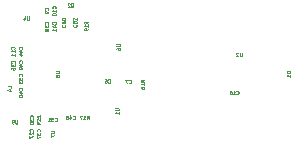
<source format=gbr>
%TF.GenerationSoftware,KiCad,Pcbnew,(7.0.0)*%
%TF.CreationDate,2023-08-10T15:11:27-07:00*%
%TF.ProjectId,Miniscope-v4-Wire-Free,4d696e69-7363-46f7-9065-2d76342d5769,rev?*%
%TF.SameCoordinates,Original*%
%TF.FileFunction,Other,ECO2*%
%FSLAX46Y46*%
G04 Gerber Fmt 4.6, Leading zero omitted, Abs format (unit mm)*
G04 Created by KiCad (PCBNEW (7.0.0)) date 2023-08-10 15:11:27*
%MOMM*%
%LPD*%
G01*
G04 APERTURE LIST*
%ADD10C,0.050000*%
%ADD11C,0.050038*%
G04 APERTURE END LIST*
D10*
%TO.C,D1*%
X103910214Y-64278571D02*
X103610214Y-64278571D01*
X103610214Y-64278571D02*
X103610214Y-64350000D01*
X103610214Y-64350000D02*
X103624500Y-64392857D01*
X103624500Y-64392857D02*
X103653071Y-64421428D01*
X103653071Y-64421428D02*
X103681642Y-64435714D01*
X103681642Y-64435714D02*
X103738785Y-64450000D01*
X103738785Y-64450000D02*
X103781642Y-64450000D01*
X103781642Y-64450000D02*
X103838785Y-64435714D01*
X103838785Y-64435714D02*
X103867357Y-64421428D01*
X103867357Y-64421428D02*
X103895928Y-64392857D01*
X103895928Y-64392857D02*
X103910214Y-64350000D01*
X103910214Y-64350000D02*
X103910214Y-64278571D01*
X103910214Y-64735714D02*
X103910214Y-64564285D01*
X103910214Y-64650000D02*
X103610214Y-64650000D01*
X103610214Y-64650000D02*
X103653071Y-64621428D01*
X103653071Y-64621428D02*
X103681642Y-64592857D01*
X103681642Y-64592857D02*
X103695928Y-64564285D01*
%TO.C,C6*%
X88488399Y-65215642D02*
X88502685Y-65229928D01*
X88502685Y-65229928D02*
X88545542Y-65244214D01*
X88545542Y-65244214D02*
X88574114Y-65244214D01*
X88574114Y-65244214D02*
X88616971Y-65229928D01*
X88616971Y-65229928D02*
X88645542Y-65201357D01*
X88645542Y-65201357D02*
X88659828Y-65172785D01*
X88659828Y-65172785D02*
X88674114Y-65115642D01*
X88674114Y-65115642D02*
X88674114Y-65072785D01*
X88674114Y-65072785D02*
X88659828Y-65015642D01*
X88659828Y-65015642D02*
X88645542Y-64987071D01*
X88645542Y-64987071D02*
X88616971Y-64958500D01*
X88616971Y-64958500D02*
X88574114Y-64944214D01*
X88574114Y-64944214D02*
X88545542Y-64944214D01*
X88545542Y-64944214D02*
X88502685Y-64958500D01*
X88502685Y-64958500D02*
X88488399Y-64972785D01*
X88231257Y-64944214D02*
X88288399Y-64944214D01*
X88288399Y-64944214D02*
X88316971Y-64958500D01*
X88316971Y-64958500D02*
X88331257Y-64972785D01*
X88331257Y-64972785D02*
X88359828Y-65015642D01*
X88359828Y-65015642D02*
X88374114Y-65072785D01*
X88374114Y-65072785D02*
X88374114Y-65187071D01*
X88374114Y-65187071D02*
X88359828Y-65215642D01*
X88359828Y-65215642D02*
X88345542Y-65229928D01*
X88345542Y-65229928D02*
X88316971Y-65244214D01*
X88316971Y-65244214D02*
X88259828Y-65244214D01*
X88259828Y-65244214D02*
X88231257Y-65229928D01*
X88231257Y-65229928D02*
X88216971Y-65215642D01*
X88216971Y-65215642D02*
X88202685Y-65187071D01*
X88202685Y-65187071D02*
X88202685Y-65115642D01*
X88202685Y-65115642D02*
X88216971Y-65087071D01*
X88216971Y-65087071D02*
X88231257Y-65072785D01*
X88231257Y-65072785D02*
X88259828Y-65058500D01*
X88259828Y-65058500D02*
X88316971Y-65058500D01*
X88316971Y-65058500D02*
X88345542Y-65072785D01*
X88345542Y-65072785D02*
X88359828Y-65087071D01*
X88359828Y-65087071D02*
X88374114Y-65115642D01*
%TO.C,C7*%
X90240999Y-65241042D02*
X90255285Y-65255328D01*
X90255285Y-65255328D02*
X90298142Y-65269614D01*
X90298142Y-65269614D02*
X90326714Y-65269614D01*
X90326714Y-65269614D02*
X90369571Y-65255328D01*
X90369571Y-65255328D02*
X90398142Y-65226757D01*
X90398142Y-65226757D02*
X90412428Y-65198185D01*
X90412428Y-65198185D02*
X90426714Y-65141042D01*
X90426714Y-65141042D02*
X90426714Y-65098185D01*
X90426714Y-65098185D02*
X90412428Y-65041042D01*
X90412428Y-65041042D02*
X90398142Y-65012471D01*
X90398142Y-65012471D02*
X90369571Y-64983900D01*
X90369571Y-64983900D02*
X90326714Y-64969614D01*
X90326714Y-64969614D02*
X90298142Y-64969614D01*
X90298142Y-64969614D02*
X90255285Y-64983900D01*
X90255285Y-64983900D02*
X90240999Y-64998185D01*
X90140999Y-64969614D02*
X89940999Y-64969614D01*
X89940999Y-64969614D02*
X90069571Y-65269614D01*
%TO.C,C9*%
X83393142Y-59087500D02*
X83407428Y-59073214D01*
X83407428Y-59073214D02*
X83421714Y-59030357D01*
X83421714Y-59030357D02*
X83421714Y-59001785D01*
X83421714Y-59001785D02*
X83407428Y-58958928D01*
X83407428Y-58958928D02*
X83378857Y-58930357D01*
X83378857Y-58930357D02*
X83350285Y-58916071D01*
X83350285Y-58916071D02*
X83293142Y-58901785D01*
X83293142Y-58901785D02*
X83250285Y-58901785D01*
X83250285Y-58901785D02*
X83193142Y-58916071D01*
X83193142Y-58916071D02*
X83164571Y-58930357D01*
X83164571Y-58930357D02*
X83136000Y-58958928D01*
X83136000Y-58958928D02*
X83121714Y-59001785D01*
X83121714Y-59001785D02*
X83121714Y-59030357D01*
X83121714Y-59030357D02*
X83136000Y-59073214D01*
X83136000Y-59073214D02*
X83150285Y-59087500D01*
X83421714Y-59230357D02*
X83421714Y-59287500D01*
X83421714Y-59287500D02*
X83407428Y-59316071D01*
X83407428Y-59316071D02*
X83393142Y-59330357D01*
X83393142Y-59330357D02*
X83350285Y-59358928D01*
X83350285Y-59358928D02*
X83293142Y-59373214D01*
X83293142Y-59373214D02*
X83178857Y-59373214D01*
X83178857Y-59373214D02*
X83150285Y-59358928D01*
X83150285Y-59358928D02*
X83136000Y-59344643D01*
X83136000Y-59344643D02*
X83121714Y-59316071D01*
X83121714Y-59316071D02*
X83121714Y-59258928D01*
X83121714Y-59258928D02*
X83136000Y-59230357D01*
X83136000Y-59230357D02*
X83150285Y-59216071D01*
X83150285Y-59216071D02*
X83178857Y-59201785D01*
X83178857Y-59201785D02*
X83250285Y-59201785D01*
X83250285Y-59201785D02*
X83278857Y-59216071D01*
X83278857Y-59216071D02*
X83293142Y-59230357D01*
X83293142Y-59230357D02*
X83307428Y-59258928D01*
X83307428Y-59258928D02*
X83307428Y-59316071D01*
X83307428Y-59316071D02*
X83293142Y-59344643D01*
X83293142Y-59344643D02*
X83278857Y-59358928D01*
X83278857Y-59358928D02*
X83250285Y-59373214D01*
%TO.C,C10*%
X84028142Y-58944643D02*
X84042428Y-58930357D01*
X84042428Y-58930357D02*
X84056714Y-58887500D01*
X84056714Y-58887500D02*
X84056714Y-58858928D01*
X84056714Y-58858928D02*
X84042428Y-58816071D01*
X84042428Y-58816071D02*
X84013857Y-58787500D01*
X84013857Y-58787500D02*
X83985285Y-58773214D01*
X83985285Y-58773214D02*
X83928142Y-58758928D01*
X83928142Y-58758928D02*
X83885285Y-58758928D01*
X83885285Y-58758928D02*
X83828142Y-58773214D01*
X83828142Y-58773214D02*
X83799571Y-58787500D01*
X83799571Y-58787500D02*
X83771000Y-58816071D01*
X83771000Y-58816071D02*
X83756714Y-58858928D01*
X83756714Y-58858928D02*
X83756714Y-58887500D01*
X83756714Y-58887500D02*
X83771000Y-58930357D01*
X83771000Y-58930357D02*
X83785285Y-58944643D01*
X84056714Y-59230357D02*
X84056714Y-59058928D01*
X84056714Y-59144643D02*
X83756714Y-59144643D01*
X83756714Y-59144643D02*
X83799571Y-59116071D01*
X83799571Y-59116071D02*
X83828142Y-59087500D01*
X83828142Y-59087500D02*
X83842428Y-59058928D01*
X83756714Y-59416071D02*
X83756714Y-59444642D01*
X83756714Y-59444642D02*
X83771000Y-59473214D01*
X83771000Y-59473214D02*
X83785285Y-59487500D01*
X83785285Y-59487500D02*
X83813857Y-59501785D01*
X83813857Y-59501785D02*
X83871000Y-59516071D01*
X83871000Y-59516071D02*
X83942428Y-59516071D01*
X83942428Y-59516071D02*
X83999571Y-59501785D01*
X83999571Y-59501785D02*
X84028142Y-59487500D01*
X84028142Y-59487500D02*
X84042428Y-59473214D01*
X84042428Y-59473214D02*
X84056714Y-59444642D01*
X84056714Y-59444642D02*
X84056714Y-59416071D01*
X84056714Y-59416071D02*
X84042428Y-59387500D01*
X84042428Y-59387500D02*
X84028142Y-59373214D01*
X84028142Y-59373214D02*
X83999571Y-59358928D01*
X83999571Y-59358928D02*
X83942428Y-59344642D01*
X83942428Y-59344642D02*
X83871000Y-59344642D01*
X83871000Y-59344642D02*
X83813857Y-59358928D01*
X83813857Y-59358928D02*
X83785285Y-59373214D01*
X83785285Y-59373214D02*
X83771000Y-59387500D01*
X83771000Y-59387500D02*
X83756714Y-59416071D01*
%TO.C,C11*%
X80535742Y-62373643D02*
X80550028Y-62359357D01*
X80550028Y-62359357D02*
X80564314Y-62316500D01*
X80564314Y-62316500D02*
X80564314Y-62287928D01*
X80564314Y-62287928D02*
X80550028Y-62245071D01*
X80550028Y-62245071D02*
X80521457Y-62216500D01*
X80521457Y-62216500D02*
X80492885Y-62202214D01*
X80492885Y-62202214D02*
X80435742Y-62187928D01*
X80435742Y-62187928D02*
X80392885Y-62187928D01*
X80392885Y-62187928D02*
X80335742Y-62202214D01*
X80335742Y-62202214D02*
X80307171Y-62216500D01*
X80307171Y-62216500D02*
X80278600Y-62245071D01*
X80278600Y-62245071D02*
X80264314Y-62287928D01*
X80264314Y-62287928D02*
X80264314Y-62316500D01*
X80264314Y-62316500D02*
X80278600Y-62359357D01*
X80278600Y-62359357D02*
X80292885Y-62373643D01*
X80564314Y-62659357D02*
X80564314Y-62487928D01*
X80564314Y-62573643D02*
X80264314Y-62573643D01*
X80264314Y-62573643D02*
X80307171Y-62545071D01*
X80307171Y-62545071D02*
X80335742Y-62516500D01*
X80335742Y-62516500D02*
X80350028Y-62487928D01*
X80564314Y-62945071D02*
X80564314Y-62773642D01*
X80564314Y-62859357D02*
X80264314Y-62859357D01*
X80264314Y-62859357D02*
X80307171Y-62830785D01*
X80307171Y-62830785D02*
X80335742Y-62802214D01*
X80335742Y-62802214D02*
X80350028Y-62773642D01*
%TO.C,C16*%
X99352856Y-66181642D02*
X99367142Y-66195928D01*
X99367142Y-66195928D02*
X99409999Y-66210214D01*
X99409999Y-66210214D02*
X99438571Y-66210214D01*
X99438571Y-66210214D02*
X99481428Y-66195928D01*
X99481428Y-66195928D02*
X99509999Y-66167357D01*
X99509999Y-66167357D02*
X99524285Y-66138785D01*
X99524285Y-66138785D02*
X99538571Y-66081642D01*
X99538571Y-66081642D02*
X99538571Y-66038785D01*
X99538571Y-66038785D02*
X99524285Y-65981642D01*
X99524285Y-65981642D02*
X99509999Y-65953071D01*
X99509999Y-65953071D02*
X99481428Y-65924500D01*
X99481428Y-65924500D02*
X99438571Y-65910214D01*
X99438571Y-65910214D02*
X99409999Y-65910214D01*
X99409999Y-65910214D02*
X99367142Y-65924500D01*
X99367142Y-65924500D02*
X99352856Y-65938785D01*
X99067142Y-66210214D02*
X99238571Y-66210214D01*
X99152856Y-66210214D02*
X99152856Y-65910214D01*
X99152856Y-65910214D02*
X99181428Y-65953071D01*
X99181428Y-65953071D02*
X99209999Y-65981642D01*
X99209999Y-65981642D02*
X99238571Y-65995928D01*
X98810000Y-65910214D02*
X98867142Y-65910214D01*
X98867142Y-65910214D02*
X98895714Y-65924500D01*
X98895714Y-65924500D02*
X98910000Y-65938785D01*
X98910000Y-65938785D02*
X98938571Y-65981642D01*
X98938571Y-65981642D02*
X98952857Y-66038785D01*
X98952857Y-66038785D02*
X98952857Y-66153071D01*
X98952857Y-66153071D02*
X98938571Y-66181642D01*
X98938571Y-66181642D02*
X98924285Y-66195928D01*
X98924285Y-66195928D02*
X98895714Y-66210214D01*
X98895714Y-66210214D02*
X98838571Y-66210214D01*
X98838571Y-66210214D02*
X98810000Y-66195928D01*
X98810000Y-66195928D02*
X98795714Y-66181642D01*
X98795714Y-66181642D02*
X98781428Y-66153071D01*
X98781428Y-66153071D02*
X98781428Y-66081642D01*
X98781428Y-66081642D02*
X98795714Y-66053071D01*
X98795714Y-66053071D02*
X98810000Y-66038785D01*
X98810000Y-66038785D02*
X98838571Y-66024500D01*
X98838571Y-66024500D02*
X98895714Y-66024500D01*
X98895714Y-66024500D02*
X98924285Y-66038785D01*
X98924285Y-66038785D02*
X98938571Y-66053071D01*
X98938571Y-66053071D02*
X98952857Y-66081642D01*
%TO.C,C27*%
X82097842Y-69332543D02*
X82112128Y-69318257D01*
X82112128Y-69318257D02*
X82126414Y-69275400D01*
X82126414Y-69275400D02*
X82126414Y-69246828D01*
X82126414Y-69246828D02*
X82112128Y-69203971D01*
X82112128Y-69203971D02*
X82083557Y-69175400D01*
X82083557Y-69175400D02*
X82054985Y-69161114D01*
X82054985Y-69161114D02*
X81997842Y-69146828D01*
X81997842Y-69146828D02*
X81954985Y-69146828D01*
X81954985Y-69146828D02*
X81897842Y-69161114D01*
X81897842Y-69161114D02*
X81869271Y-69175400D01*
X81869271Y-69175400D02*
X81840700Y-69203971D01*
X81840700Y-69203971D02*
X81826414Y-69246828D01*
X81826414Y-69246828D02*
X81826414Y-69275400D01*
X81826414Y-69275400D02*
X81840700Y-69318257D01*
X81840700Y-69318257D02*
X81854985Y-69332543D01*
X81854985Y-69446828D02*
X81840700Y-69461114D01*
X81840700Y-69461114D02*
X81826414Y-69489686D01*
X81826414Y-69489686D02*
X81826414Y-69561114D01*
X81826414Y-69561114D02*
X81840700Y-69589686D01*
X81840700Y-69589686D02*
X81854985Y-69603971D01*
X81854985Y-69603971D02*
X81883557Y-69618257D01*
X81883557Y-69618257D02*
X81912128Y-69618257D01*
X81912128Y-69618257D02*
X81954985Y-69603971D01*
X81954985Y-69603971D02*
X82126414Y-69432543D01*
X82126414Y-69432543D02*
X82126414Y-69618257D01*
X81826414Y-69718257D02*
X81826414Y-69918257D01*
X81826414Y-69918257D02*
X82126414Y-69789685D01*
%TO.C,C36*%
X80561142Y-63554743D02*
X80575428Y-63540457D01*
X80575428Y-63540457D02*
X80589714Y-63497600D01*
X80589714Y-63497600D02*
X80589714Y-63469028D01*
X80589714Y-63469028D02*
X80575428Y-63426171D01*
X80575428Y-63426171D02*
X80546857Y-63397600D01*
X80546857Y-63397600D02*
X80518285Y-63383314D01*
X80518285Y-63383314D02*
X80461142Y-63369028D01*
X80461142Y-63369028D02*
X80418285Y-63369028D01*
X80418285Y-63369028D02*
X80361142Y-63383314D01*
X80361142Y-63383314D02*
X80332571Y-63397600D01*
X80332571Y-63397600D02*
X80304000Y-63426171D01*
X80304000Y-63426171D02*
X80289714Y-63469028D01*
X80289714Y-63469028D02*
X80289714Y-63497600D01*
X80289714Y-63497600D02*
X80304000Y-63540457D01*
X80304000Y-63540457D02*
X80318285Y-63554743D01*
X80289714Y-63654743D02*
X80289714Y-63840457D01*
X80289714Y-63840457D02*
X80404000Y-63740457D01*
X80404000Y-63740457D02*
X80404000Y-63783314D01*
X80404000Y-63783314D02*
X80418285Y-63811886D01*
X80418285Y-63811886D02*
X80432571Y-63826171D01*
X80432571Y-63826171D02*
X80461142Y-63840457D01*
X80461142Y-63840457D02*
X80532571Y-63840457D01*
X80532571Y-63840457D02*
X80561142Y-63826171D01*
X80561142Y-63826171D02*
X80575428Y-63811886D01*
X80575428Y-63811886D02*
X80589714Y-63783314D01*
X80589714Y-63783314D02*
X80589714Y-63697600D01*
X80589714Y-63697600D02*
X80575428Y-63669028D01*
X80575428Y-63669028D02*
X80561142Y-63654743D01*
X80289714Y-64097600D02*
X80289714Y-64040457D01*
X80289714Y-64040457D02*
X80304000Y-64011885D01*
X80304000Y-64011885D02*
X80318285Y-63997600D01*
X80318285Y-63997600D02*
X80361142Y-63969028D01*
X80361142Y-63969028D02*
X80418285Y-63954742D01*
X80418285Y-63954742D02*
X80532571Y-63954742D01*
X80532571Y-63954742D02*
X80561142Y-63969028D01*
X80561142Y-63969028D02*
X80575428Y-63983314D01*
X80575428Y-63983314D02*
X80589714Y-64011885D01*
X80589714Y-64011885D02*
X80589714Y-64069028D01*
X80589714Y-64069028D02*
X80575428Y-64097600D01*
X80575428Y-64097600D02*
X80561142Y-64111885D01*
X80561142Y-64111885D02*
X80532571Y-64126171D01*
X80532571Y-64126171D02*
X80461142Y-64126171D01*
X80461142Y-64126171D02*
X80432571Y-64111885D01*
X80432571Y-64111885D02*
X80418285Y-64097600D01*
X80418285Y-64097600D02*
X80404000Y-64069028D01*
X80404000Y-64069028D02*
X80404000Y-64011885D01*
X80404000Y-64011885D02*
X80418285Y-63983314D01*
X80418285Y-63983314D02*
X80432571Y-63969028D01*
X80432571Y-63969028D02*
X80461142Y-63954742D01*
%TO.C,C38*%
X83393142Y-60252743D02*
X83407428Y-60238457D01*
X83407428Y-60238457D02*
X83421714Y-60195600D01*
X83421714Y-60195600D02*
X83421714Y-60167028D01*
X83421714Y-60167028D02*
X83407428Y-60124171D01*
X83407428Y-60124171D02*
X83378857Y-60095600D01*
X83378857Y-60095600D02*
X83350285Y-60081314D01*
X83350285Y-60081314D02*
X83293142Y-60067028D01*
X83293142Y-60067028D02*
X83250285Y-60067028D01*
X83250285Y-60067028D02*
X83193142Y-60081314D01*
X83193142Y-60081314D02*
X83164571Y-60095600D01*
X83164571Y-60095600D02*
X83136000Y-60124171D01*
X83136000Y-60124171D02*
X83121714Y-60167028D01*
X83121714Y-60167028D02*
X83121714Y-60195600D01*
X83121714Y-60195600D02*
X83136000Y-60238457D01*
X83136000Y-60238457D02*
X83150285Y-60252743D01*
X83121714Y-60352743D02*
X83121714Y-60538457D01*
X83121714Y-60538457D02*
X83236000Y-60438457D01*
X83236000Y-60438457D02*
X83236000Y-60481314D01*
X83236000Y-60481314D02*
X83250285Y-60509886D01*
X83250285Y-60509886D02*
X83264571Y-60524171D01*
X83264571Y-60524171D02*
X83293142Y-60538457D01*
X83293142Y-60538457D02*
X83364571Y-60538457D01*
X83364571Y-60538457D02*
X83393142Y-60524171D01*
X83393142Y-60524171D02*
X83407428Y-60509886D01*
X83407428Y-60509886D02*
X83421714Y-60481314D01*
X83421714Y-60481314D02*
X83421714Y-60395600D01*
X83421714Y-60395600D02*
X83407428Y-60367028D01*
X83407428Y-60367028D02*
X83393142Y-60352743D01*
X83250285Y-60709885D02*
X83236000Y-60681314D01*
X83236000Y-60681314D02*
X83221714Y-60667028D01*
X83221714Y-60667028D02*
X83193142Y-60652742D01*
X83193142Y-60652742D02*
X83178857Y-60652742D01*
X83178857Y-60652742D02*
X83150285Y-60667028D01*
X83150285Y-60667028D02*
X83136000Y-60681314D01*
X83136000Y-60681314D02*
X83121714Y-60709885D01*
X83121714Y-60709885D02*
X83121714Y-60767028D01*
X83121714Y-60767028D02*
X83136000Y-60795600D01*
X83136000Y-60795600D02*
X83150285Y-60809885D01*
X83150285Y-60809885D02*
X83178857Y-60824171D01*
X83178857Y-60824171D02*
X83193142Y-60824171D01*
X83193142Y-60824171D02*
X83221714Y-60809885D01*
X83221714Y-60809885D02*
X83236000Y-60795600D01*
X83236000Y-60795600D02*
X83250285Y-60767028D01*
X83250285Y-60767028D02*
X83250285Y-60709885D01*
X83250285Y-60709885D02*
X83264571Y-60681314D01*
X83264571Y-60681314D02*
X83278857Y-60667028D01*
X83278857Y-60667028D02*
X83307428Y-60652742D01*
X83307428Y-60652742D02*
X83364571Y-60652742D01*
X83364571Y-60652742D02*
X83393142Y-60667028D01*
X83393142Y-60667028D02*
X83407428Y-60681314D01*
X83407428Y-60681314D02*
X83421714Y-60709885D01*
X83421714Y-60709885D02*
X83421714Y-60767028D01*
X83421714Y-60767028D02*
X83407428Y-60795600D01*
X83407428Y-60795600D02*
X83393142Y-60809885D01*
X83393142Y-60809885D02*
X83364571Y-60824171D01*
X83364571Y-60824171D02*
X83307428Y-60824171D01*
X83307428Y-60824171D02*
X83278857Y-60809885D01*
X83278857Y-60809885D02*
X83264571Y-60795600D01*
X83264571Y-60795600D02*
X83250285Y-60767028D01*
%TO.C,C41*%
X84028142Y-60252743D02*
X84042428Y-60238457D01*
X84042428Y-60238457D02*
X84056714Y-60195600D01*
X84056714Y-60195600D02*
X84056714Y-60167028D01*
X84056714Y-60167028D02*
X84042428Y-60124171D01*
X84042428Y-60124171D02*
X84013857Y-60095600D01*
X84013857Y-60095600D02*
X83985285Y-60081314D01*
X83985285Y-60081314D02*
X83928142Y-60067028D01*
X83928142Y-60067028D02*
X83885285Y-60067028D01*
X83885285Y-60067028D02*
X83828142Y-60081314D01*
X83828142Y-60081314D02*
X83799571Y-60095600D01*
X83799571Y-60095600D02*
X83771000Y-60124171D01*
X83771000Y-60124171D02*
X83756714Y-60167028D01*
X83756714Y-60167028D02*
X83756714Y-60195600D01*
X83756714Y-60195600D02*
X83771000Y-60238457D01*
X83771000Y-60238457D02*
X83785285Y-60252743D01*
X83856714Y-60509886D02*
X84056714Y-60509886D01*
X83742428Y-60438457D02*
X83956714Y-60367028D01*
X83956714Y-60367028D02*
X83956714Y-60552743D01*
X84056714Y-60824171D02*
X84056714Y-60652742D01*
X84056714Y-60738457D02*
X83756714Y-60738457D01*
X83756714Y-60738457D02*
X83799571Y-60709885D01*
X83799571Y-60709885D02*
X83828142Y-60681314D01*
X83828142Y-60681314D02*
X83842428Y-60652742D01*
%TO.C,C48*%
X85483456Y-68290042D02*
X85497742Y-68304328D01*
X85497742Y-68304328D02*
X85540599Y-68318614D01*
X85540599Y-68318614D02*
X85569171Y-68318614D01*
X85569171Y-68318614D02*
X85612028Y-68304328D01*
X85612028Y-68304328D02*
X85640599Y-68275757D01*
X85640599Y-68275757D02*
X85654885Y-68247185D01*
X85654885Y-68247185D02*
X85669171Y-68190042D01*
X85669171Y-68190042D02*
X85669171Y-68147185D01*
X85669171Y-68147185D02*
X85654885Y-68090042D01*
X85654885Y-68090042D02*
X85640599Y-68061471D01*
X85640599Y-68061471D02*
X85612028Y-68032900D01*
X85612028Y-68032900D02*
X85569171Y-68018614D01*
X85569171Y-68018614D02*
X85540599Y-68018614D01*
X85540599Y-68018614D02*
X85497742Y-68032900D01*
X85497742Y-68032900D02*
X85483456Y-68047185D01*
X85226314Y-68118614D02*
X85226314Y-68318614D01*
X85297742Y-68004328D02*
X85369171Y-68218614D01*
X85369171Y-68218614D02*
X85183456Y-68218614D01*
X85026314Y-68147185D02*
X85054885Y-68132900D01*
X85054885Y-68132900D02*
X85069171Y-68118614D01*
X85069171Y-68118614D02*
X85083457Y-68090042D01*
X85083457Y-68090042D02*
X85083457Y-68075757D01*
X85083457Y-68075757D02*
X85069171Y-68047185D01*
X85069171Y-68047185D02*
X85054885Y-68032900D01*
X85054885Y-68032900D02*
X85026314Y-68018614D01*
X85026314Y-68018614D02*
X84969171Y-68018614D01*
X84969171Y-68018614D02*
X84940600Y-68032900D01*
X84940600Y-68032900D02*
X84926314Y-68047185D01*
X84926314Y-68047185D02*
X84912028Y-68075757D01*
X84912028Y-68075757D02*
X84912028Y-68090042D01*
X84912028Y-68090042D02*
X84926314Y-68118614D01*
X84926314Y-68118614D02*
X84940600Y-68132900D01*
X84940600Y-68132900D02*
X84969171Y-68147185D01*
X84969171Y-68147185D02*
X85026314Y-68147185D01*
X85026314Y-68147185D02*
X85054885Y-68161471D01*
X85054885Y-68161471D02*
X85069171Y-68175757D01*
X85069171Y-68175757D02*
X85083457Y-68204328D01*
X85083457Y-68204328D02*
X85083457Y-68261471D01*
X85083457Y-68261471D02*
X85069171Y-68290042D01*
X85069171Y-68290042D02*
X85054885Y-68304328D01*
X85054885Y-68304328D02*
X85026314Y-68318614D01*
X85026314Y-68318614D02*
X84969171Y-68318614D01*
X84969171Y-68318614D02*
X84940600Y-68304328D01*
X84940600Y-68304328D02*
X84926314Y-68290042D01*
X84926314Y-68290042D02*
X84912028Y-68261471D01*
X84912028Y-68261471D02*
X84912028Y-68204328D01*
X84912028Y-68204328D02*
X84926314Y-68175757D01*
X84926314Y-68175757D02*
X84940600Y-68161471D01*
X84940600Y-68161471D02*
X84969171Y-68147185D01*
%TO.C,C50*%
X84840942Y-60333656D02*
X84855228Y-60347942D01*
X84855228Y-60347942D02*
X84869514Y-60390799D01*
X84869514Y-60390799D02*
X84869514Y-60419371D01*
X84869514Y-60419371D02*
X84855228Y-60462228D01*
X84855228Y-60462228D02*
X84826657Y-60490799D01*
X84826657Y-60490799D02*
X84798085Y-60505085D01*
X84798085Y-60505085D02*
X84740942Y-60519371D01*
X84740942Y-60519371D02*
X84698085Y-60519371D01*
X84698085Y-60519371D02*
X84640942Y-60505085D01*
X84640942Y-60505085D02*
X84612371Y-60490799D01*
X84612371Y-60490799D02*
X84583800Y-60462228D01*
X84583800Y-60462228D02*
X84569514Y-60419371D01*
X84569514Y-60419371D02*
X84569514Y-60390799D01*
X84569514Y-60390799D02*
X84583800Y-60347942D01*
X84583800Y-60347942D02*
X84598085Y-60333656D01*
X84569514Y-60062228D02*
X84569514Y-60205085D01*
X84569514Y-60205085D02*
X84712371Y-60219371D01*
X84712371Y-60219371D02*
X84698085Y-60205085D01*
X84698085Y-60205085D02*
X84683800Y-60176514D01*
X84683800Y-60176514D02*
X84683800Y-60105085D01*
X84683800Y-60105085D02*
X84698085Y-60076514D01*
X84698085Y-60076514D02*
X84712371Y-60062228D01*
X84712371Y-60062228D02*
X84740942Y-60047942D01*
X84740942Y-60047942D02*
X84812371Y-60047942D01*
X84812371Y-60047942D02*
X84840942Y-60062228D01*
X84840942Y-60062228D02*
X84855228Y-60076514D01*
X84855228Y-60076514D02*
X84869514Y-60105085D01*
X84869514Y-60105085D02*
X84869514Y-60176514D01*
X84869514Y-60176514D02*
X84855228Y-60205085D01*
X84855228Y-60205085D02*
X84840942Y-60219371D01*
X84569514Y-59862228D02*
X84569514Y-59833657D01*
X84569514Y-59833657D02*
X84583800Y-59805085D01*
X84583800Y-59805085D02*
X84598085Y-59790800D01*
X84598085Y-59790800D02*
X84626657Y-59776514D01*
X84626657Y-59776514D02*
X84683800Y-59762228D01*
X84683800Y-59762228D02*
X84755228Y-59762228D01*
X84755228Y-59762228D02*
X84812371Y-59776514D01*
X84812371Y-59776514D02*
X84840942Y-59790800D01*
X84840942Y-59790800D02*
X84855228Y-59805085D01*
X84855228Y-59805085D02*
X84869514Y-59833657D01*
X84869514Y-59833657D02*
X84869514Y-59862228D01*
X84869514Y-59862228D02*
X84855228Y-59890800D01*
X84855228Y-59890800D02*
X84840942Y-59905085D01*
X84840942Y-59905085D02*
X84812371Y-59919371D01*
X84812371Y-59919371D02*
X84755228Y-59933657D01*
X84755228Y-59933657D02*
X84683800Y-59933657D01*
X84683800Y-59933657D02*
X84626657Y-59919371D01*
X84626657Y-59919371D02*
X84598085Y-59905085D01*
X84598085Y-59905085D02*
X84583800Y-59890800D01*
X84583800Y-59890800D02*
X84569514Y-59862228D01*
%TO.C,C52*%
X85780742Y-60308256D02*
X85795028Y-60322542D01*
X85795028Y-60322542D02*
X85809314Y-60365399D01*
X85809314Y-60365399D02*
X85809314Y-60393971D01*
X85809314Y-60393971D02*
X85795028Y-60436828D01*
X85795028Y-60436828D02*
X85766457Y-60465399D01*
X85766457Y-60465399D02*
X85737885Y-60479685D01*
X85737885Y-60479685D02*
X85680742Y-60493971D01*
X85680742Y-60493971D02*
X85637885Y-60493971D01*
X85637885Y-60493971D02*
X85580742Y-60479685D01*
X85580742Y-60479685D02*
X85552171Y-60465399D01*
X85552171Y-60465399D02*
X85523600Y-60436828D01*
X85523600Y-60436828D02*
X85509314Y-60393971D01*
X85509314Y-60393971D02*
X85509314Y-60365399D01*
X85509314Y-60365399D02*
X85523600Y-60322542D01*
X85523600Y-60322542D02*
X85537885Y-60308256D01*
X85509314Y-60036828D02*
X85509314Y-60179685D01*
X85509314Y-60179685D02*
X85652171Y-60193971D01*
X85652171Y-60193971D02*
X85637885Y-60179685D01*
X85637885Y-60179685D02*
X85623600Y-60151114D01*
X85623600Y-60151114D02*
X85623600Y-60079685D01*
X85623600Y-60079685D02*
X85637885Y-60051114D01*
X85637885Y-60051114D02*
X85652171Y-60036828D01*
X85652171Y-60036828D02*
X85680742Y-60022542D01*
X85680742Y-60022542D02*
X85752171Y-60022542D01*
X85752171Y-60022542D02*
X85780742Y-60036828D01*
X85780742Y-60036828D02*
X85795028Y-60051114D01*
X85795028Y-60051114D02*
X85809314Y-60079685D01*
X85809314Y-60079685D02*
X85809314Y-60151114D01*
X85809314Y-60151114D02*
X85795028Y-60179685D01*
X85795028Y-60179685D02*
X85780742Y-60193971D01*
X85537885Y-59908257D02*
X85523600Y-59893971D01*
X85523600Y-59893971D02*
X85509314Y-59865400D01*
X85509314Y-59865400D02*
X85509314Y-59793971D01*
X85509314Y-59793971D02*
X85523600Y-59765400D01*
X85523600Y-59765400D02*
X85537885Y-59751114D01*
X85537885Y-59751114D02*
X85566457Y-59736828D01*
X85566457Y-59736828D02*
X85595028Y-59736828D01*
X85595028Y-59736828D02*
X85637885Y-59751114D01*
X85637885Y-59751114D02*
X85809314Y-59922542D01*
X85809314Y-59922542D02*
X85809314Y-59736828D01*
%TO.C,L4*%
X80272214Y-65686200D02*
X80272214Y-65543343D01*
X80272214Y-65543343D02*
X79972214Y-65543343D01*
X80072214Y-65914772D02*
X80272214Y-65914772D01*
X79957928Y-65843343D02*
X80172214Y-65771914D01*
X80172214Y-65771914D02*
X80172214Y-65957629D01*
%TO.C,U8*%
X84060214Y-64271428D02*
X84303071Y-64271428D01*
X84303071Y-64271428D02*
X84331642Y-64285714D01*
X84331642Y-64285714D02*
X84345928Y-64300000D01*
X84345928Y-64300000D02*
X84360214Y-64328571D01*
X84360214Y-64328571D02*
X84360214Y-64385714D01*
X84360214Y-64385714D02*
X84345928Y-64414285D01*
X84345928Y-64414285D02*
X84331642Y-64428571D01*
X84331642Y-64428571D02*
X84303071Y-64442857D01*
X84303071Y-64442857D02*
X84060214Y-64442857D01*
X84188785Y-64628571D02*
X84174500Y-64600000D01*
X84174500Y-64600000D02*
X84160214Y-64585714D01*
X84160214Y-64585714D02*
X84131642Y-64571428D01*
X84131642Y-64571428D02*
X84117357Y-64571428D01*
X84117357Y-64571428D02*
X84088785Y-64585714D01*
X84088785Y-64585714D02*
X84074500Y-64600000D01*
X84074500Y-64600000D02*
X84060214Y-64628571D01*
X84060214Y-64628571D02*
X84060214Y-64685714D01*
X84060214Y-64685714D02*
X84074500Y-64714286D01*
X84074500Y-64714286D02*
X84088785Y-64728571D01*
X84088785Y-64728571D02*
X84117357Y-64742857D01*
X84117357Y-64742857D02*
X84131642Y-64742857D01*
X84131642Y-64742857D02*
X84160214Y-64728571D01*
X84160214Y-64728571D02*
X84174500Y-64714286D01*
X84174500Y-64714286D02*
X84188785Y-64685714D01*
X84188785Y-64685714D02*
X84188785Y-64628571D01*
X84188785Y-64628571D02*
X84203071Y-64600000D01*
X84203071Y-64600000D02*
X84217357Y-64585714D01*
X84217357Y-64585714D02*
X84245928Y-64571428D01*
X84245928Y-64571428D02*
X84303071Y-64571428D01*
X84303071Y-64571428D02*
X84331642Y-64585714D01*
X84331642Y-64585714D02*
X84345928Y-64600000D01*
X84345928Y-64600000D02*
X84360214Y-64628571D01*
X84360214Y-64628571D02*
X84360214Y-64685714D01*
X84360214Y-64685714D02*
X84345928Y-64714286D01*
X84345928Y-64714286D02*
X84331642Y-64728571D01*
X84331642Y-64728571D02*
X84303071Y-64742857D01*
X84303071Y-64742857D02*
X84245928Y-64742857D01*
X84245928Y-64742857D02*
X84217357Y-64728571D01*
X84217357Y-64728571D02*
X84203071Y-64714286D01*
X84203071Y-64714286D02*
X84188785Y-64685714D01*
%TO.C,C30*%
X82123242Y-68189543D02*
X82137528Y-68175257D01*
X82137528Y-68175257D02*
X82151814Y-68132400D01*
X82151814Y-68132400D02*
X82151814Y-68103828D01*
X82151814Y-68103828D02*
X82137528Y-68060971D01*
X82137528Y-68060971D02*
X82108957Y-68032400D01*
X82108957Y-68032400D02*
X82080385Y-68018114D01*
X82080385Y-68018114D02*
X82023242Y-68003828D01*
X82023242Y-68003828D02*
X81980385Y-68003828D01*
X81980385Y-68003828D02*
X81923242Y-68018114D01*
X81923242Y-68018114D02*
X81894671Y-68032400D01*
X81894671Y-68032400D02*
X81866100Y-68060971D01*
X81866100Y-68060971D02*
X81851814Y-68103828D01*
X81851814Y-68103828D02*
X81851814Y-68132400D01*
X81851814Y-68132400D02*
X81866100Y-68175257D01*
X81866100Y-68175257D02*
X81880385Y-68189543D01*
X81851814Y-68289543D02*
X81851814Y-68475257D01*
X81851814Y-68475257D02*
X81966100Y-68375257D01*
X81966100Y-68375257D02*
X81966100Y-68418114D01*
X81966100Y-68418114D02*
X81980385Y-68446686D01*
X81980385Y-68446686D02*
X81994671Y-68460971D01*
X81994671Y-68460971D02*
X82023242Y-68475257D01*
X82023242Y-68475257D02*
X82094671Y-68475257D01*
X82094671Y-68475257D02*
X82123242Y-68460971D01*
X82123242Y-68460971D02*
X82137528Y-68446686D01*
X82137528Y-68446686D02*
X82151814Y-68418114D01*
X82151814Y-68418114D02*
X82151814Y-68332400D01*
X82151814Y-68332400D02*
X82137528Y-68303828D01*
X82137528Y-68303828D02*
X82123242Y-68289543D01*
X81851814Y-68660971D02*
X81851814Y-68689542D01*
X81851814Y-68689542D02*
X81866100Y-68718114D01*
X81866100Y-68718114D02*
X81880385Y-68732400D01*
X81880385Y-68732400D02*
X81908957Y-68746685D01*
X81908957Y-68746685D02*
X81966100Y-68760971D01*
X81966100Y-68760971D02*
X82037528Y-68760971D01*
X82037528Y-68760971D02*
X82094671Y-68746685D01*
X82094671Y-68746685D02*
X82123242Y-68732400D01*
X82123242Y-68732400D02*
X82137528Y-68718114D01*
X82137528Y-68718114D02*
X82151814Y-68689542D01*
X82151814Y-68689542D02*
X82151814Y-68660971D01*
X82151814Y-68660971D02*
X82137528Y-68632400D01*
X82137528Y-68632400D02*
X82123242Y-68618114D01*
X82123242Y-68618114D02*
X82094671Y-68603828D01*
X82094671Y-68603828D02*
X82037528Y-68589542D01*
X82037528Y-68589542D02*
X81966100Y-68589542D01*
X81966100Y-68589542D02*
X81908957Y-68603828D01*
X81908957Y-68603828D02*
X81880385Y-68618114D01*
X81880385Y-68618114D02*
X81866100Y-68632400D01*
X81866100Y-68632400D02*
X81851814Y-68660971D01*
%TO.C,U4*%
X81787571Y-59630214D02*
X81787571Y-59873071D01*
X81787571Y-59873071D02*
X81773285Y-59901642D01*
X81773285Y-59901642D02*
X81759000Y-59915928D01*
X81759000Y-59915928D02*
X81730428Y-59930214D01*
X81730428Y-59930214D02*
X81673285Y-59930214D01*
X81673285Y-59930214D02*
X81644714Y-59915928D01*
X81644714Y-59915928D02*
X81630428Y-59901642D01*
X81630428Y-59901642D02*
X81616142Y-59873071D01*
X81616142Y-59873071D02*
X81616142Y-59630214D01*
X81344714Y-59730214D02*
X81344714Y-59930214D01*
X81416142Y-59615928D02*
X81487571Y-59830214D01*
X81487571Y-59830214D02*
X81301856Y-59830214D01*
%TO.C,U9*%
X80796971Y-68395814D02*
X80796971Y-68638671D01*
X80796971Y-68638671D02*
X80782685Y-68667242D01*
X80782685Y-68667242D02*
X80768400Y-68681528D01*
X80768400Y-68681528D02*
X80739828Y-68695814D01*
X80739828Y-68695814D02*
X80682685Y-68695814D01*
X80682685Y-68695814D02*
X80654114Y-68681528D01*
X80654114Y-68681528D02*
X80639828Y-68667242D01*
X80639828Y-68667242D02*
X80625542Y-68638671D01*
X80625542Y-68638671D02*
X80625542Y-68395814D01*
X80468399Y-68695814D02*
X80411256Y-68695814D01*
X80411256Y-68695814D02*
X80382685Y-68681528D01*
X80382685Y-68681528D02*
X80368399Y-68667242D01*
X80368399Y-68667242D02*
X80339828Y-68624385D01*
X80339828Y-68624385D02*
X80325542Y-68567242D01*
X80325542Y-68567242D02*
X80325542Y-68452957D01*
X80325542Y-68452957D02*
X80339828Y-68424385D01*
X80339828Y-68424385D02*
X80354114Y-68410100D01*
X80354114Y-68410100D02*
X80382685Y-68395814D01*
X80382685Y-68395814D02*
X80439828Y-68395814D01*
X80439828Y-68395814D02*
X80468399Y-68410100D01*
X80468399Y-68410100D02*
X80482685Y-68424385D01*
X80482685Y-68424385D02*
X80496971Y-68452957D01*
X80496971Y-68452957D02*
X80496971Y-68524385D01*
X80496971Y-68524385D02*
X80482685Y-68552957D01*
X80482685Y-68552957D02*
X80468399Y-68567242D01*
X80468399Y-68567242D02*
X80439828Y-68581528D01*
X80439828Y-68581528D02*
X80382685Y-68581528D01*
X80382685Y-68581528D02*
X80354114Y-68567242D01*
X80354114Y-68567242D02*
X80339828Y-68552957D01*
X80339828Y-68552957D02*
X80325542Y-68524385D01*
%TO.C,C37*%
X82707442Y-69357943D02*
X82721728Y-69343657D01*
X82721728Y-69343657D02*
X82736014Y-69300800D01*
X82736014Y-69300800D02*
X82736014Y-69272228D01*
X82736014Y-69272228D02*
X82721728Y-69229371D01*
X82721728Y-69229371D02*
X82693157Y-69200800D01*
X82693157Y-69200800D02*
X82664585Y-69186514D01*
X82664585Y-69186514D02*
X82607442Y-69172228D01*
X82607442Y-69172228D02*
X82564585Y-69172228D01*
X82564585Y-69172228D02*
X82507442Y-69186514D01*
X82507442Y-69186514D02*
X82478871Y-69200800D01*
X82478871Y-69200800D02*
X82450300Y-69229371D01*
X82450300Y-69229371D02*
X82436014Y-69272228D01*
X82436014Y-69272228D02*
X82436014Y-69300800D01*
X82436014Y-69300800D02*
X82450300Y-69343657D01*
X82450300Y-69343657D02*
X82464585Y-69357943D01*
X82436014Y-69457943D02*
X82436014Y-69643657D01*
X82436014Y-69643657D02*
X82550300Y-69543657D01*
X82550300Y-69543657D02*
X82550300Y-69586514D01*
X82550300Y-69586514D02*
X82564585Y-69615086D01*
X82564585Y-69615086D02*
X82578871Y-69629371D01*
X82578871Y-69629371D02*
X82607442Y-69643657D01*
X82607442Y-69643657D02*
X82678871Y-69643657D01*
X82678871Y-69643657D02*
X82707442Y-69629371D01*
X82707442Y-69629371D02*
X82721728Y-69615086D01*
X82721728Y-69615086D02*
X82736014Y-69586514D01*
X82736014Y-69586514D02*
X82736014Y-69500800D01*
X82736014Y-69500800D02*
X82721728Y-69472228D01*
X82721728Y-69472228D02*
X82707442Y-69457943D01*
X82436014Y-69743657D02*
X82436014Y-69943657D01*
X82436014Y-69943657D02*
X82736014Y-69815085D01*
%TO.C,C51*%
X83961656Y-68464042D02*
X83975942Y-68478328D01*
X83975942Y-68478328D02*
X84018799Y-68492614D01*
X84018799Y-68492614D02*
X84047371Y-68492614D01*
X84047371Y-68492614D02*
X84090228Y-68478328D01*
X84090228Y-68478328D02*
X84118799Y-68449757D01*
X84118799Y-68449757D02*
X84133085Y-68421185D01*
X84133085Y-68421185D02*
X84147371Y-68364042D01*
X84147371Y-68364042D02*
X84147371Y-68321185D01*
X84147371Y-68321185D02*
X84133085Y-68264042D01*
X84133085Y-68264042D02*
X84118799Y-68235471D01*
X84118799Y-68235471D02*
X84090228Y-68206900D01*
X84090228Y-68206900D02*
X84047371Y-68192614D01*
X84047371Y-68192614D02*
X84018799Y-68192614D01*
X84018799Y-68192614D02*
X83975942Y-68206900D01*
X83975942Y-68206900D02*
X83961656Y-68221185D01*
X83690228Y-68192614D02*
X83833085Y-68192614D01*
X83833085Y-68192614D02*
X83847371Y-68335471D01*
X83847371Y-68335471D02*
X83833085Y-68321185D01*
X83833085Y-68321185D02*
X83804514Y-68306900D01*
X83804514Y-68306900D02*
X83733085Y-68306900D01*
X83733085Y-68306900D02*
X83704514Y-68321185D01*
X83704514Y-68321185D02*
X83690228Y-68335471D01*
X83690228Y-68335471D02*
X83675942Y-68364042D01*
X83675942Y-68364042D02*
X83675942Y-68435471D01*
X83675942Y-68435471D02*
X83690228Y-68464042D01*
X83690228Y-68464042D02*
X83704514Y-68478328D01*
X83704514Y-68478328D02*
X83733085Y-68492614D01*
X83733085Y-68492614D02*
X83804514Y-68492614D01*
X83804514Y-68492614D02*
X83833085Y-68478328D01*
X83833085Y-68478328D02*
X83847371Y-68464042D01*
X83390228Y-68492614D02*
X83561657Y-68492614D01*
X83475942Y-68492614D02*
X83475942Y-68192614D01*
X83475942Y-68192614D02*
X83504514Y-68235471D01*
X83504514Y-68235471D02*
X83533085Y-68264042D01*
X83533085Y-68264042D02*
X83561657Y-68278328D01*
%TO.C,U7*%
X83630214Y-69321428D02*
X83873071Y-69321428D01*
X83873071Y-69321428D02*
X83901642Y-69335714D01*
X83901642Y-69335714D02*
X83915928Y-69350000D01*
X83915928Y-69350000D02*
X83930214Y-69378571D01*
X83930214Y-69378571D02*
X83930214Y-69435714D01*
X83930214Y-69435714D02*
X83915928Y-69464285D01*
X83915928Y-69464285D02*
X83901642Y-69478571D01*
X83901642Y-69478571D02*
X83873071Y-69492857D01*
X83873071Y-69492857D02*
X83630214Y-69492857D01*
X83630214Y-69607143D02*
X83630214Y-69807143D01*
X83630214Y-69807143D02*
X83930214Y-69678571D01*
%TO.C,U6*%
X89192414Y-61969628D02*
X89435271Y-61969628D01*
X89435271Y-61969628D02*
X89463842Y-61983914D01*
X89463842Y-61983914D02*
X89478128Y-61998200D01*
X89478128Y-61998200D02*
X89492414Y-62026771D01*
X89492414Y-62026771D02*
X89492414Y-62083914D01*
X89492414Y-62083914D02*
X89478128Y-62112485D01*
X89478128Y-62112485D02*
X89463842Y-62126771D01*
X89463842Y-62126771D02*
X89435271Y-62141057D01*
X89435271Y-62141057D02*
X89192414Y-62141057D01*
X89192414Y-62412486D02*
X89192414Y-62355343D01*
X89192414Y-62355343D02*
X89206700Y-62326771D01*
X89206700Y-62326771D02*
X89220985Y-62312486D01*
X89220985Y-62312486D02*
X89263842Y-62283914D01*
X89263842Y-62283914D02*
X89320985Y-62269628D01*
X89320985Y-62269628D02*
X89435271Y-62269628D01*
X89435271Y-62269628D02*
X89463842Y-62283914D01*
X89463842Y-62283914D02*
X89478128Y-62298200D01*
X89478128Y-62298200D02*
X89492414Y-62326771D01*
X89492414Y-62326771D02*
X89492414Y-62383914D01*
X89492414Y-62383914D02*
X89478128Y-62412486D01*
X89478128Y-62412486D02*
X89463842Y-62426771D01*
X89463842Y-62426771D02*
X89435271Y-62441057D01*
X89435271Y-62441057D02*
X89363842Y-62441057D01*
X89363842Y-62441057D02*
X89335271Y-62426771D01*
X89335271Y-62426771D02*
X89320985Y-62412486D01*
X89320985Y-62412486D02*
X89306700Y-62383914D01*
X89306700Y-62383914D02*
X89306700Y-62326771D01*
X89306700Y-62326771D02*
X89320985Y-62298200D01*
X89320985Y-62298200D02*
X89335271Y-62283914D01*
X89335271Y-62283914D02*
X89363842Y-62269628D01*
%TO.C,U1*%
X89090214Y-67392528D02*
X89333071Y-67392528D01*
X89333071Y-67392528D02*
X89361642Y-67406814D01*
X89361642Y-67406814D02*
X89375928Y-67421100D01*
X89375928Y-67421100D02*
X89390214Y-67449671D01*
X89390214Y-67449671D02*
X89390214Y-67506814D01*
X89390214Y-67506814D02*
X89375928Y-67535385D01*
X89375928Y-67535385D02*
X89361642Y-67549671D01*
X89361642Y-67549671D02*
X89333071Y-67563957D01*
X89333071Y-67563957D02*
X89090214Y-67563957D01*
X89390214Y-67863957D02*
X89390214Y-67692528D01*
X89390214Y-67778243D02*
X89090214Y-67778243D01*
X89090214Y-67778243D02*
X89133071Y-67749671D01*
X89133071Y-67749671D02*
X89161642Y-67721100D01*
X89161642Y-67721100D02*
X89175928Y-67692528D01*
%TO.C,U2*%
X99793971Y-62684614D02*
X99793971Y-62927471D01*
X99793971Y-62927471D02*
X99779685Y-62956042D01*
X99779685Y-62956042D02*
X99765400Y-62970328D01*
X99765400Y-62970328D02*
X99736828Y-62984614D01*
X99736828Y-62984614D02*
X99679685Y-62984614D01*
X99679685Y-62984614D02*
X99651114Y-62970328D01*
X99651114Y-62970328D02*
X99636828Y-62956042D01*
X99636828Y-62956042D02*
X99622542Y-62927471D01*
X99622542Y-62927471D02*
X99622542Y-62684614D01*
X99493971Y-62713185D02*
X99479685Y-62698900D01*
X99479685Y-62698900D02*
X99451114Y-62684614D01*
X99451114Y-62684614D02*
X99379685Y-62684614D01*
X99379685Y-62684614D02*
X99351114Y-62698900D01*
X99351114Y-62698900D02*
X99336828Y-62713185D01*
X99336828Y-62713185D02*
X99322542Y-62741757D01*
X99322542Y-62741757D02*
X99322542Y-62770328D01*
X99322542Y-62770328D02*
X99336828Y-62813185D01*
X99336828Y-62813185D02*
X99508256Y-62984614D01*
X99508256Y-62984614D02*
X99322542Y-62984614D01*
%TO.C,C44*%
X81196042Y-62360943D02*
X81210328Y-62346657D01*
X81210328Y-62346657D02*
X81224614Y-62303800D01*
X81224614Y-62303800D02*
X81224614Y-62275228D01*
X81224614Y-62275228D02*
X81210328Y-62232371D01*
X81210328Y-62232371D02*
X81181757Y-62203800D01*
X81181757Y-62203800D02*
X81153185Y-62189514D01*
X81153185Y-62189514D02*
X81096042Y-62175228D01*
X81096042Y-62175228D02*
X81053185Y-62175228D01*
X81053185Y-62175228D02*
X80996042Y-62189514D01*
X80996042Y-62189514D02*
X80967471Y-62203800D01*
X80967471Y-62203800D02*
X80938900Y-62232371D01*
X80938900Y-62232371D02*
X80924614Y-62275228D01*
X80924614Y-62275228D02*
X80924614Y-62303800D01*
X80924614Y-62303800D02*
X80938900Y-62346657D01*
X80938900Y-62346657D02*
X80953185Y-62360943D01*
X81024614Y-62618086D02*
X81224614Y-62618086D01*
X80910328Y-62546657D02*
X81124614Y-62475228D01*
X81124614Y-62475228D02*
X81124614Y-62660943D01*
X81024614Y-62903800D02*
X81224614Y-62903800D01*
X80910328Y-62832371D02*
X81124614Y-62760942D01*
X81124614Y-62760942D02*
X81124614Y-62946657D01*
%TO.C,C40*%
X81196042Y-65866143D02*
X81210328Y-65851857D01*
X81210328Y-65851857D02*
X81224614Y-65809000D01*
X81224614Y-65809000D02*
X81224614Y-65780428D01*
X81224614Y-65780428D02*
X81210328Y-65737571D01*
X81210328Y-65737571D02*
X81181757Y-65709000D01*
X81181757Y-65709000D02*
X81153185Y-65694714D01*
X81153185Y-65694714D02*
X81096042Y-65680428D01*
X81096042Y-65680428D02*
X81053185Y-65680428D01*
X81053185Y-65680428D02*
X80996042Y-65694714D01*
X80996042Y-65694714D02*
X80967471Y-65709000D01*
X80967471Y-65709000D02*
X80938900Y-65737571D01*
X80938900Y-65737571D02*
X80924614Y-65780428D01*
X80924614Y-65780428D02*
X80924614Y-65809000D01*
X80924614Y-65809000D02*
X80938900Y-65851857D01*
X80938900Y-65851857D02*
X80953185Y-65866143D01*
X81024614Y-66123286D02*
X81224614Y-66123286D01*
X80910328Y-66051857D02*
X81124614Y-65980428D01*
X81124614Y-65980428D02*
X81124614Y-66166143D01*
X80924614Y-66337571D02*
X80924614Y-66366142D01*
X80924614Y-66366142D02*
X80938900Y-66394714D01*
X80938900Y-66394714D02*
X80953185Y-66409000D01*
X80953185Y-66409000D02*
X80981757Y-66423285D01*
X80981757Y-66423285D02*
X81038900Y-66437571D01*
X81038900Y-66437571D02*
X81110328Y-66437571D01*
X81110328Y-66437571D02*
X81167471Y-66423285D01*
X81167471Y-66423285D02*
X81196042Y-66409000D01*
X81196042Y-66409000D02*
X81210328Y-66394714D01*
X81210328Y-66394714D02*
X81224614Y-66366142D01*
X81224614Y-66366142D02*
X81224614Y-66337571D01*
X81224614Y-66337571D02*
X81210328Y-66309000D01*
X81210328Y-66309000D02*
X81196042Y-66294714D01*
X81196042Y-66294714D02*
X81167471Y-66280428D01*
X81167471Y-66280428D02*
X81110328Y-66266142D01*
X81110328Y-66266142D02*
X81038900Y-66266142D01*
X81038900Y-66266142D02*
X80981757Y-66280428D01*
X80981757Y-66280428D02*
X80953185Y-66294714D01*
X80953185Y-66294714D02*
X80938900Y-66309000D01*
X80938900Y-66309000D02*
X80924614Y-66337571D01*
%TO.C,C53*%
X81196042Y-64697743D02*
X81210328Y-64683457D01*
X81210328Y-64683457D02*
X81224614Y-64640600D01*
X81224614Y-64640600D02*
X81224614Y-64612028D01*
X81224614Y-64612028D02*
X81210328Y-64569171D01*
X81210328Y-64569171D02*
X81181757Y-64540600D01*
X81181757Y-64540600D02*
X81153185Y-64526314D01*
X81153185Y-64526314D02*
X81096042Y-64512028D01*
X81096042Y-64512028D02*
X81053185Y-64512028D01*
X81053185Y-64512028D02*
X80996042Y-64526314D01*
X80996042Y-64526314D02*
X80967471Y-64540600D01*
X80967471Y-64540600D02*
X80938900Y-64569171D01*
X80938900Y-64569171D02*
X80924614Y-64612028D01*
X80924614Y-64612028D02*
X80924614Y-64640600D01*
X80924614Y-64640600D02*
X80938900Y-64683457D01*
X80938900Y-64683457D02*
X80953185Y-64697743D01*
X80924614Y-64969171D02*
X80924614Y-64826314D01*
X80924614Y-64826314D02*
X81067471Y-64812028D01*
X81067471Y-64812028D02*
X81053185Y-64826314D01*
X81053185Y-64826314D02*
X81038900Y-64854886D01*
X81038900Y-64854886D02*
X81038900Y-64926314D01*
X81038900Y-64926314D02*
X81053185Y-64954886D01*
X81053185Y-64954886D02*
X81067471Y-64969171D01*
X81067471Y-64969171D02*
X81096042Y-64983457D01*
X81096042Y-64983457D02*
X81167471Y-64983457D01*
X81167471Y-64983457D02*
X81196042Y-64969171D01*
X81196042Y-64969171D02*
X81210328Y-64954886D01*
X81210328Y-64954886D02*
X81224614Y-64926314D01*
X81224614Y-64926314D02*
X81224614Y-64854886D01*
X81224614Y-64854886D02*
X81210328Y-64826314D01*
X81210328Y-64826314D02*
X81196042Y-64812028D01*
X80924614Y-65083457D02*
X80924614Y-65269171D01*
X80924614Y-65269171D02*
X81038900Y-65169171D01*
X81038900Y-65169171D02*
X81038900Y-65212028D01*
X81038900Y-65212028D02*
X81053185Y-65240600D01*
X81053185Y-65240600D02*
X81067471Y-65254885D01*
X81067471Y-65254885D02*
X81096042Y-65269171D01*
X81096042Y-65269171D02*
X81167471Y-65269171D01*
X81167471Y-65269171D02*
X81196042Y-65254885D01*
X81196042Y-65254885D02*
X81210328Y-65240600D01*
X81210328Y-65240600D02*
X81224614Y-65212028D01*
X81224614Y-65212028D02*
X81224614Y-65126314D01*
X81224614Y-65126314D02*
X81210328Y-65097742D01*
X81210328Y-65097742D02*
X81196042Y-65083457D01*
%TO.C,C49*%
X81196142Y-63529343D02*
X81210428Y-63515057D01*
X81210428Y-63515057D02*
X81224714Y-63472200D01*
X81224714Y-63472200D02*
X81224714Y-63443628D01*
X81224714Y-63443628D02*
X81210428Y-63400771D01*
X81210428Y-63400771D02*
X81181857Y-63372200D01*
X81181857Y-63372200D02*
X81153285Y-63357914D01*
X81153285Y-63357914D02*
X81096142Y-63343628D01*
X81096142Y-63343628D02*
X81053285Y-63343628D01*
X81053285Y-63343628D02*
X80996142Y-63357914D01*
X80996142Y-63357914D02*
X80967571Y-63372200D01*
X80967571Y-63372200D02*
X80939000Y-63400771D01*
X80939000Y-63400771D02*
X80924714Y-63443628D01*
X80924714Y-63443628D02*
X80924714Y-63472200D01*
X80924714Y-63472200D02*
X80939000Y-63515057D01*
X80939000Y-63515057D02*
X80953285Y-63529343D01*
X81024714Y-63786486D02*
X81224714Y-63786486D01*
X80910428Y-63715057D02*
X81124714Y-63643628D01*
X81124714Y-63643628D02*
X81124714Y-63829343D01*
X81224714Y-63957914D02*
X81224714Y-64015057D01*
X81224714Y-64015057D02*
X81210428Y-64043628D01*
X81210428Y-64043628D02*
X81196142Y-64057914D01*
X81196142Y-64057914D02*
X81153285Y-64086485D01*
X81153285Y-64086485D02*
X81096142Y-64100771D01*
X81096142Y-64100771D02*
X80981857Y-64100771D01*
X80981857Y-64100771D02*
X80953285Y-64086485D01*
X80953285Y-64086485D02*
X80939000Y-64072200D01*
X80939000Y-64072200D02*
X80924714Y-64043628D01*
X80924714Y-64043628D02*
X80924714Y-63986485D01*
X80924714Y-63986485D02*
X80939000Y-63957914D01*
X80939000Y-63957914D02*
X80953285Y-63943628D01*
X80953285Y-63943628D02*
X80981857Y-63929342D01*
X80981857Y-63929342D02*
X81053285Y-63929342D01*
X81053285Y-63929342D02*
X81081857Y-63943628D01*
X81081857Y-63943628D02*
X81096142Y-63957914D01*
X81096142Y-63957914D02*
X81110428Y-63986485D01*
X81110428Y-63986485D02*
X81110428Y-64043628D01*
X81110428Y-64043628D02*
X81096142Y-64072200D01*
X81096142Y-64072200D02*
X81081857Y-64086485D01*
X81081857Y-64086485D02*
X81053285Y-64100771D01*
%TO.C,R16*%
X91534914Y-65175643D02*
X91392057Y-65075643D01*
X91534914Y-65004214D02*
X91234914Y-65004214D01*
X91234914Y-65004214D02*
X91234914Y-65118500D01*
X91234914Y-65118500D02*
X91249200Y-65147071D01*
X91249200Y-65147071D02*
X91263485Y-65161357D01*
X91263485Y-65161357D02*
X91292057Y-65175643D01*
X91292057Y-65175643D02*
X91334914Y-65175643D01*
X91334914Y-65175643D02*
X91363485Y-65161357D01*
X91363485Y-65161357D02*
X91377771Y-65147071D01*
X91377771Y-65147071D02*
X91392057Y-65118500D01*
X91392057Y-65118500D02*
X91392057Y-65004214D01*
X91534914Y-65461357D02*
X91534914Y-65289928D01*
X91534914Y-65375643D02*
X91234914Y-65375643D01*
X91234914Y-65375643D02*
X91277771Y-65347071D01*
X91277771Y-65347071D02*
X91306342Y-65318500D01*
X91306342Y-65318500D02*
X91320628Y-65289928D01*
X91234914Y-65718500D02*
X91234914Y-65661357D01*
X91234914Y-65661357D02*
X91249200Y-65632785D01*
X91249200Y-65632785D02*
X91263485Y-65618500D01*
X91263485Y-65618500D02*
X91306342Y-65589928D01*
X91306342Y-65589928D02*
X91363485Y-65575642D01*
X91363485Y-65575642D02*
X91477771Y-65575642D01*
X91477771Y-65575642D02*
X91506342Y-65589928D01*
X91506342Y-65589928D02*
X91520628Y-65604214D01*
X91520628Y-65604214D02*
X91534914Y-65632785D01*
X91534914Y-65632785D02*
X91534914Y-65689928D01*
X91534914Y-65689928D02*
X91520628Y-65718500D01*
X91520628Y-65718500D02*
X91506342Y-65732785D01*
X91506342Y-65732785D02*
X91477771Y-65747071D01*
X91477771Y-65747071D02*
X91406342Y-65747071D01*
X91406342Y-65747071D02*
X91377771Y-65732785D01*
X91377771Y-65732785D02*
X91363485Y-65718500D01*
X91363485Y-65718500D02*
X91349200Y-65689928D01*
X91349200Y-65689928D02*
X91349200Y-65632785D01*
X91349200Y-65632785D02*
X91363485Y-65604214D01*
X91363485Y-65604214D02*
X91377771Y-65589928D01*
X91377771Y-65589928D02*
X91406342Y-65575642D01*
D11*
%TO.C,R17*%
X86669000Y-68323505D02*
X86769023Y-68180660D01*
X86840468Y-68323505D02*
X86840468Y-68023531D01*
X86840468Y-68023531D02*
X86726156Y-68023531D01*
X86726156Y-68023531D02*
X86697578Y-68037816D01*
X86697578Y-68037816D02*
X86683289Y-68052100D01*
X86683289Y-68052100D02*
X86669000Y-68080669D01*
X86669000Y-68080669D02*
X86669000Y-68123522D01*
X86669000Y-68123522D02*
X86683289Y-68152091D01*
X86683289Y-68152091D02*
X86697578Y-68166376D01*
X86697578Y-68166376D02*
X86726156Y-68180660D01*
X86726156Y-68180660D02*
X86840468Y-68180660D01*
X86383221Y-68323505D02*
X86554689Y-68323505D01*
X86468955Y-68323505D02*
X86468955Y-68023531D01*
X86468955Y-68023531D02*
X86497533Y-68066384D01*
X86497533Y-68066384D02*
X86526111Y-68094953D01*
X86526111Y-68094953D02*
X86554689Y-68109238D01*
X86283199Y-68023531D02*
X86083153Y-68023531D01*
X86083153Y-68023531D02*
X86211754Y-68323505D01*
D10*
%TO.C,R19*%
X86747014Y-60235343D02*
X86604157Y-60135343D01*
X86747014Y-60063914D02*
X86447014Y-60063914D01*
X86447014Y-60063914D02*
X86447014Y-60178200D01*
X86447014Y-60178200D02*
X86461300Y-60206771D01*
X86461300Y-60206771D02*
X86475585Y-60221057D01*
X86475585Y-60221057D02*
X86504157Y-60235343D01*
X86504157Y-60235343D02*
X86547014Y-60235343D01*
X86547014Y-60235343D02*
X86575585Y-60221057D01*
X86575585Y-60221057D02*
X86589871Y-60206771D01*
X86589871Y-60206771D02*
X86604157Y-60178200D01*
X86604157Y-60178200D02*
X86604157Y-60063914D01*
X86747014Y-60521057D02*
X86747014Y-60349628D01*
X86747014Y-60435343D02*
X86447014Y-60435343D01*
X86447014Y-60435343D02*
X86489871Y-60406771D01*
X86489871Y-60406771D02*
X86518442Y-60378200D01*
X86518442Y-60378200D02*
X86532728Y-60349628D01*
X86747014Y-60663914D02*
X86747014Y-60721057D01*
X86747014Y-60721057D02*
X86732728Y-60749628D01*
X86732728Y-60749628D02*
X86718442Y-60763914D01*
X86718442Y-60763914D02*
X86675585Y-60792485D01*
X86675585Y-60792485D02*
X86618442Y-60806771D01*
X86618442Y-60806771D02*
X86504157Y-60806771D01*
X86504157Y-60806771D02*
X86475585Y-60792485D01*
X86475585Y-60792485D02*
X86461300Y-60778200D01*
X86461300Y-60778200D02*
X86447014Y-60749628D01*
X86447014Y-60749628D02*
X86447014Y-60692485D01*
X86447014Y-60692485D02*
X86461300Y-60663914D01*
X86461300Y-60663914D02*
X86475585Y-60649628D01*
X86475585Y-60649628D02*
X86504157Y-60635342D01*
X86504157Y-60635342D02*
X86575585Y-60635342D01*
X86575585Y-60635342D02*
X86604157Y-60649628D01*
X86604157Y-60649628D02*
X86618442Y-60663914D01*
X86618442Y-60663914D02*
X86632728Y-60692485D01*
X86632728Y-60692485D02*
X86632728Y-60749628D01*
X86632728Y-60749628D02*
X86618442Y-60778200D01*
X86618442Y-60778200D02*
X86604157Y-60792485D01*
X86604157Y-60792485D02*
X86575585Y-60806771D01*
%TO.C,Q2*%
X85319171Y-58839785D02*
X85347742Y-58825500D01*
X85347742Y-58825500D02*
X85376314Y-58796928D01*
X85376314Y-58796928D02*
X85419171Y-58754071D01*
X85419171Y-58754071D02*
X85447742Y-58739785D01*
X85447742Y-58739785D02*
X85476314Y-58739785D01*
X85462028Y-58811214D02*
X85490600Y-58796928D01*
X85490600Y-58796928D02*
X85519171Y-58768357D01*
X85519171Y-58768357D02*
X85533457Y-58711214D01*
X85533457Y-58711214D02*
X85533457Y-58611214D01*
X85533457Y-58611214D02*
X85519171Y-58554071D01*
X85519171Y-58554071D02*
X85490600Y-58525500D01*
X85490600Y-58525500D02*
X85462028Y-58511214D01*
X85462028Y-58511214D02*
X85404885Y-58511214D01*
X85404885Y-58511214D02*
X85376314Y-58525500D01*
X85376314Y-58525500D02*
X85347742Y-58554071D01*
X85347742Y-58554071D02*
X85333457Y-58611214D01*
X85333457Y-58611214D02*
X85333457Y-58711214D01*
X85333457Y-58711214D02*
X85347742Y-58768357D01*
X85347742Y-58768357D02*
X85376314Y-58796928D01*
X85376314Y-58796928D02*
X85404885Y-58811214D01*
X85404885Y-58811214D02*
X85462028Y-58811214D01*
X85219171Y-58539785D02*
X85204885Y-58525500D01*
X85204885Y-58525500D02*
X85176314Y-58511214D01*
X85176314Y-58511214D02*
X85104885Y-58511214D01*
X85104885Y-58511214D02*
X85076314Y-58525500D01*
X85076314Y-58525500D02*
X85062028Y-58539785D01*
X85062028Y-58539785D02*
X85047742Y-58568357D01*
X85047742Y-58568357D02*
X85047742Y-58596928D01*
X85047742Y-58596928D02*
X85062028Y-58639785D01*
X85062028Y-58639785D02*
X85233456Y-58811214D01*
X85233456Y-58811214D02*
X85047742Y-58811214D01*
D11*
%TO.C,R21*%
X82740205Y-68582840D02*
X82597360Y-68682832D01*
X82740205Y-68754254D02*
X82440231Y-68754254D01*
X82440231Y-68754254D02*
X82440231Y-68639978D01*
X82440231Y-68639978D02*
X82454516Y-68611409D01*
X82454516Y-68611409D02*
X82468800Y-68597125D01*
X82468800Y-68597125D02*
X82497369Y-68582840D01*
X82497369Y-68582840D02*
X82540222Y-68582840D01*
X82540222Y-68582840D02*
X82568791Y-68597125D01*
X82568791Y-68597125D02*
X82583076Y-68611409D01*
X82583076Y-68611409D02*
X82597360Y-68639978D01*
X82597360Y-68639978D02*
X82597360Y-68754254D01*
X82468800Y-68468565D02*
X82454516Y-68454280D01*
X82454516Y-68454280D02*
X82440231Y-68425711D01*
X82440231Y-68425711D02*
X82440231Y-68354289D01*
X82440231Y-68354289D02*
X82454516Y-68325720D01*
X82454516Y-68325720D02*
X82468800Y-68311435D01*
X82468800Y-68311435D02*
X82497369Y-68297151D01*
X82497369Y-68297151D02*
X82525938Y-68297151D01*
X82525938Y-68297151D02*
X82568791Y-68311435D01*
X82568791Y-68311435D02*
X82740205Y-68482849D01*
X82740205Y-68482849D02*
X82740205Y-68297151D01*
X82740205Y-68011461D02*
X82740205Y-68182875D01*
X82740205Y-68097168D02*
X82440231Y-68097168D01*
X82440231Y-68097168D02*
X82483084Y-68125737D01*
X82483084Y-68125737D02*
X82511653Y-68154306D01*
X82511653Y-68154306D02*
X82525938Y-68182875D01*
%TD*%
M02*

</source>
